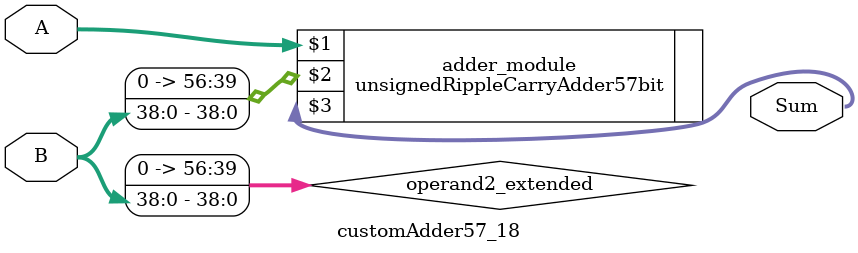
<source format=v>
module customAdder57_18(
                        input [56 : 0] A,
                        input [38 : 0] B,
                        
                        output [57 : 0] Sum
                );

        wire [56 : 0] operand2_extended;
        
        assign operand2_extended =  {18'b0, B};
        
        unsignedRippleCarryAdder57bit adder_module(
            A,
            operand2_extended,
            Sum
        );
        
        endmodule
        
</source>
